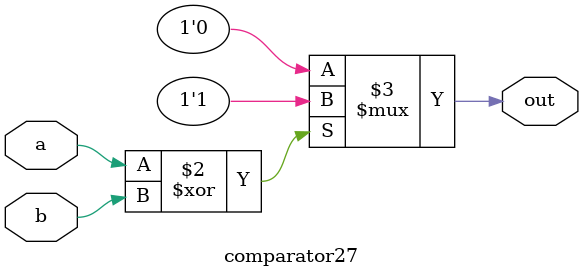
<source format=v>
module comparator27 (
    input wire a,
    input wire b,
    output wire out
);

assign out = (a ^ b == 1'b1) ? 1'b1 : 1'b0;

endmodule

</source>
